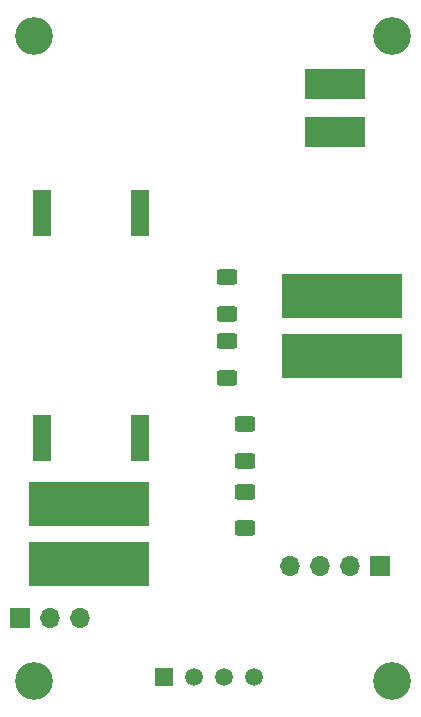
<source format=gbr>
%TF.GenerationSoftware,KiCad,Pcbnew,(6.0.6-0)*%
%TF.CreationDate,2025-06-22T16:04:58+02:00*%
%TF.ProjectId,meteo,6d657465-6f2e-46b6-9963-61645f706362,rev?*%
%TF.SameCoordinates,Original*%
%TF.FileFunction,Soldermask,Top*%
%TF.FilePolarity,Negative*%
%FSLAX46Y46*%
G04 Gerber Fmt 4.6, Leading zero omitted, Abs format (unit mm)*
G04 Created by KiCad (PCBNEW (6.0.6-0)) date 2025-06-22 16:04:58*
%MOMM*%
%LPD*%
G01*
G04 APERTURE LIST*
G04 Aperture macros list*
%AMRoundRect*
0 Rectangle with rounded corners*
0 $1 Rounding radius*
0 $2 $3 $4 $5 $6 $7 $8 $9 X,Y pos of 4 corners*
0 Add a 4 corners polygon primitive as box body*
4,1,4,$2,$3,$4,$5,$6,$7,$8,$9,$2,$3,0*
0 Add four circle primitives for the rounded corners*
1,1,$1+$1,$2,$3*
1,1,$1+$1,$4,$5*
1,1,$1+$1,$6,$7*
1,1,$1+$1,$8,$9*
0 Add four rect primitives between the rounded corners*
20,1,$1+$1,$2,$3,$4,$5,0*
20,1,$1+$1,$4,$5,$6,$7,0*
20,1,$1+$1,$6,$7,$8,$9,0*
20,1,$1+$1,$8,$9,$2,$3,0*%
G04 Aperture macros list end*
%ADD10RoundRect,0.250000X0.625000X-0.400000X0.625000X0.400000X-0.625000X0.400000X-0.625000X-0.400000X0*%
%ADD11C,3.200000*%
%ADD12R,10.160000X3.810000*%
%ADD13RoundRect,0.250000X-0.625000X0.400000X-0.625000X-0.400000X0.625000X-0.400000X0.625000X0.400000X0*%
%ADD14R,1.500000X4.000000*%
%ADD15R,5.080000X2.540000*%
%ADD16R,1.500000X1.500000*%
%ADD17C,1.500000*%
%ADD18R,1.700000X1.700000*%
%ADD19O,1.700000X1.700000*%
G04 APERTURE END LIST*
D10*
%TO.C,R1*%
X215900000Y-76226000D03*
X215900000Y-73126000D03*
%TD*%
D11*
%TO.C,H4*%
X228346000Y-89154000D03*
%TD*%
%TO.C,H2*%
X198021000Y-89154000D03*
%TD*%
D12*
%TO.C,J3*%
X202692000Y-79248000D03*
X202692000Y-74168000D03*
%TD*%
D13*
%TO.C,R3*%
X214376000Y-54939000D03*
X214376000Y-58039000D03*
%TD*%
D11*
%TO.C,H1*%
X198021000Y-34544000D03*
%TD*%
D12*
%TO.C,J4*%
X224155000Y-56515000D03*
X224155000Y-61595000D03*
%TD*%
D10*
%TO.C,R2*%
X215900000Y-70511000D03*
X215900000Y-67411000D03*
%TD*%
D14*
%TO.C,J1*%
X207010000Y-68580000D03*
X198755000Y-68580000D03*
X207010000Y-49530000D03*
X198755000Y-49530000D03*
%TD*%
D15*
%TO.C,J5*%
X223520000Y-42672000D03*
X223520000Y-38608000D03*
%TD*%
D16*
%TO.C,U1*%
X209012500Y-88802500D03*
D17*
X211552500Y-88802500D03*
X214092500Y-88802500D03*
X216632500Y-88802500D03*
%TD*%
D11*
%TO.C,H3*%
X228346000Y-34544000D03*
%TD*%
D18*
%TO.C,J2*%
X227330000Y-79375000D03*
D19*
X224790000Y-79375000D03*
X222250000Y-79375000D03*
X219710000Y-79375000D03*
%TD*%
D13*
%TO.C,R4*%
X214376000Y-60400000D03*
X214376000Y-63500000D03*
%TD*%
D18*
%TO.C,U2*%
X196865000Y-83820000D03*
D19*
X199405000Y-83820000D03*
X201945000Y-83820000D03*
%TD*%
M02*

</source>
